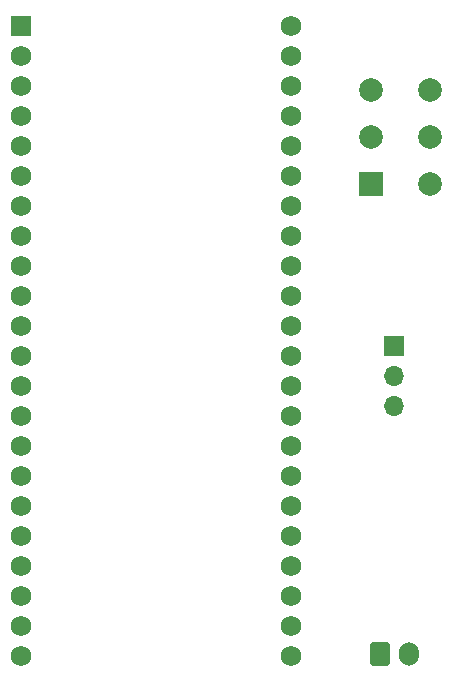
<source format=gbr>
%TF.GenerationSoftware,KiCad,Pcbnew,8.0.7*%
%TF.CreationDate,2025-02-28T11:10:52-08:00*%
%TF.ProjectId,Untitled,556e7469-746c-4656-942e-6b696361645f,rev?*%
%TF.SameCoordinates,Original*%
%TF.FileFunction,Soldermask,Top*%
%TF.FilePolarity,Negative*%
%FSLAX46Y46*%
G04 Gerber Fmt 4.6, Leading zero omitted, Abs format (unit mm)*
G04 Created by KiCad (PCBNEW 8.0.7) date 2025-02-28 11:10:52*
%MOMM*%
%LPD*%
G01*
G04 APERTURE LIST*
G04 Aperture macros list*
%AMRoundRect*
0 Rectangle with rounded corners*
0 $1 Rounding radius*
0 $2 $3 $4 $5 $6 $7 $8 $9 X,Y pos of 4 corners*
0 Add a 4 corners polygon primitive as box body*
4,1,4,$2,$3,$4,$5,$6,$7,$8,$9,$2,$3,0*
0 Add four circle primitives for the rounded corners*
1,1,$1+$1,$2,$3*
1,1,$1+$1,$4,$5*
1,1,$1+$1,$6,$7*
1,1,$1+$1,$8,$9*
0 Add four rect primitives between the rounded corners*
20,1,$1+$1,$2,$3,$4,$5,0*
20,1,$1+$1,$4,$5,$6,$7,0*
20,1,$1+$1,$6,$7,$8,$9,0*
20,1,$1+$1,$8,$9,$2,$3,0*%
G04 Aperture macros list end*
%ADD10C,1.734000*%
%ADD11RoundRect,0.102000X-0.765000X-0.765000X0.765000X-0.765000X0.765000X0.765000X-0.765000X0.765000X0*%
%ADD12R,1.700000X1.700000*%
%ADD13O,1.700000X1.700000*%
%ADD14R,2.000000X2.000000*%
%ADD15C,2.000000*%
%ADD16RoundRect,0.250000X-0.600000X-0.750000X0.600000X-0.750000X0.600000X0.750000X-0.600000X0.750000X0*%
%ADD17O,1.700000X2.000000*%
G04 APERTURE END LIST*
D10*
%TO.C,U1*%
X142390000Y-127500000D03*
X165250000Y-127500000D03*
X142390000Y-124960000D03*
X142390000Y-122420000D03*
X142390000Y-119880000D03*
X142390000Y-117340000D03*
X142390000Y-114800000D03*
X142390000Y-112260000D03*
X142390000Y-109720000D03*
X142390000Y-107180000D03*
X142390000Y-104640000D03*
X142390000Y-102100000D03*
X142390000Y-99560000D03*
X142390000Y-97020000D03*
X142390000Y-94480000D03*
X142390000Y-91940000D03*
X142390000Y-89400000D03*
X142390000Y-86860000D03*
X142390000Y-84320000D03*
X142390000Y-81780000D03*
X142390000Y-79240000D03*
X142390000Y-76700000D03*
D11*
X142390000Y-74160000D03*
D10*
X165250000Y-124960000D03*
X165250000Y-122420000D03*
X165250000Y-119880000D03*
X165250000Y-117340000D03*
X165250000Y-114800000D03*
X165250000Y-112260000D03*
X165250000Y-109720000D03*
X165250000Y-107180000D03*
X165250000Y-104640000D03*
X165250000Y-102100000D03*
X165250000Y-99560000D03*
X165250000Y-97020000D03*
X165250000Y-94480000D03*
X165250000Y-91940000D03*
X165250000Y-89400000D03*
X165250000Y-86860000D03*
X165250000Y-84320000D03*
X165250000Y-81780000D03*
X165250000Y-79240000D03*
X165250000Y-76700000D03*
X165250000Y-74160000D03*
%TD*%
D12*
%TO.C,SW1*%
X174000000Y-101170000D03*
D13*
X174000000Y-103710000D03*
X174000000Y-106250000D03*
%TD*%
D14*
%TO.C,J1*%
X172000000Y-87500000D03*
D15*
X172000000Y-83500000D03*
X172000000Y-79500000D03*
X177000000Y-87500000D03*
X177000000Y-83500000D03*
X177000000Y-79500000D03*
%TD*%
D16*
%TO.C,BT1*%
X172750000Y-127282500D03*
D17*
X175250000Y-127282500D03*
%TD*%
M02*

</source>
